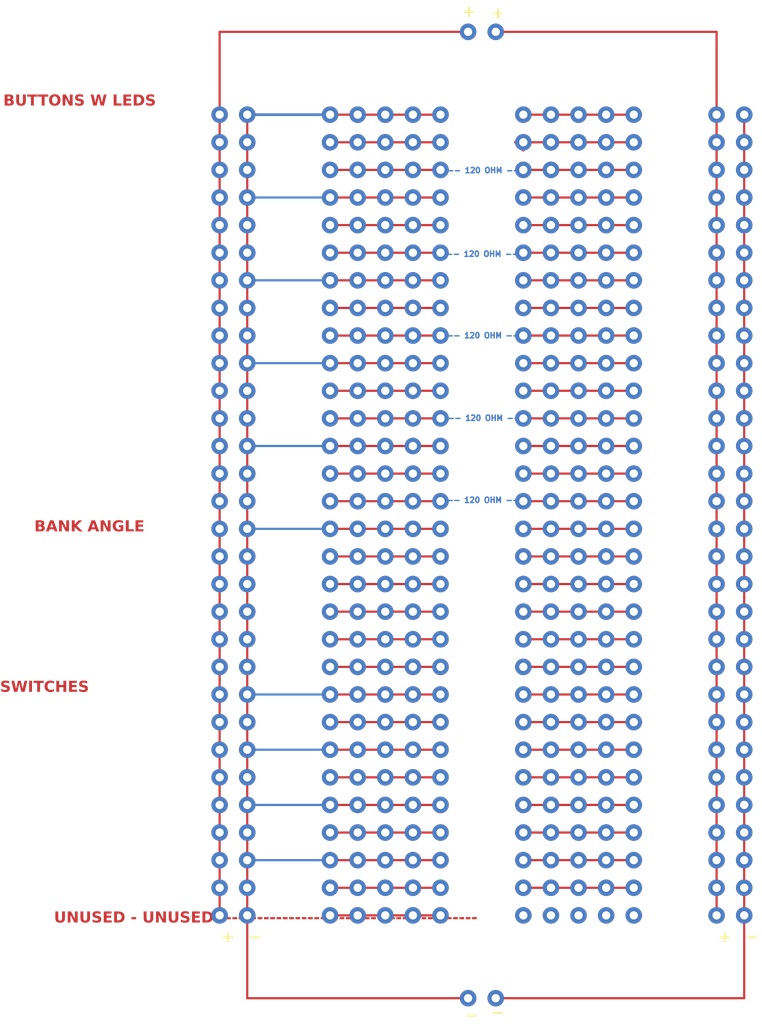
<source format=kicad_pcb>
(kicad_pcb (version 20221018) (generator pcbnew)
  (layers (0 "F.Cu" signal) (31 "B.Cu" signal) (34 "B.Paste" user) (35 "F.Paste" user) (36 "B.SilkS" user "B.Silkscreen") (37 "F.SilkS" user "F.Silkscreen") (38 "B.Mask" user) (39 "F.Mask" user) (44 "Edge.Cuts" user))
  (net 0 "")
  (footprint "RYAN:MCP_BOARD_3" (layer "F.Cu") (at 35.56 17.78)
    (fp_text reference "REF**" hide)
    (fp_text value "MCP_BOARD_2")
  )
  (gr_text "BANK ANGLE\n" (at 15.966392 61.365716) (layer "F.Cu") (effects (font (size 1 1) (thickness 0.2) bold) (justify left bottom)))
  (gr_text "UNUSED - UNUSED -----------------------------------------" (at 17.78 97.347934) (layer "F.Cu") (effects (font (size 1 1) (thickness 0.2) bold) (justify left bottom)))
  (gr_text "SWITCHES" (at 12.813432 76.127301) (layer "F.Cu") (effects (font (size 1 1) (thickness 0.2) bold) (justify left bottom)))
  (gr_text "-- 120 OHM --" (at 53.838938 58.609302) (layer "B.Cu") (effects (font (size 0.5 0.5) (thickness 0.125) bold) (justify left bottom)))
  (gr_text "-- 120 OHM --" (at 53.791166 35.965317) (layer "B.Cu") (effects (font (size 0.5 0.5) (thickness 0.125) bold) (justify left bottom)))
  (gr_text "-- 120 OHM --" (at 53.934483 51.061307) (layer "B.Cu") (effects (font (size 0.5 0.5) (thickness 0.125) bold) (justify left bottom)))
  (gr_text "-- 120 OHM --" (at 53.838938 43.46554) (layer "B.Cu") (effects (font (size 0.5 0.5) (thickness 0.125) bold) (justify left bottom)))
  (gr_text "-- 120 OHM --" (at 53.886711 28.274005) (layer "B.Cu") (effects (font (size 0.5 0.5) (thickness 0.125) bold) (justify left bottom)))
  (segment (start 42.396938 53.34) (end 43.18 53.34) (width 0) (layer "B.Cu") (net 0))
  (segment (start 43.18 76.2) (end 35.56 76.2) (width 0.2) (layer "B.Cu") (net 0))
  (segment (start 43.18 81.28) (end 35.56 81.28) (width 0.2) (layer "B.Cu") (net 0))
  (segment (start 42.404784 45.72) (end 35.56 45.72) (width 0.2) (layer "B.Cu") (net 0))
  (segment (start 42.375706 60.96) (end 43.18 61.764294) (width 0) (layer "B.Cu") (net 0))
  (segment (start 43.18 91.44) (end 35.56 91.44) (width 0.2) (layer "B.Cu") (net 0))
  (segment (start 42.383552 38.1) (end 43.18 38.1) (width 0) (layer "B.Cu") (net 0))
  (segment (start 43.18 86.36) (end 35.56 86.36) (width 0.2) (layer "B.Cu") (net 0))
  (segment (start 42.383552 30.48) (end 43.18 30.48) (width 0) (layer "B.Cu") (net 0))
  (segment (start 42.375706 60.96) (end 35.56 60.96) (width 0.2) (layer "B.Cu") (net 0))
  (segment (start 42.383552 38.1) (end 35.56 38.1) (width 0.2) (layer "B.Cu") (net 0))
  (segment (start 42.404784 45.72) (end 43.18 45.72) (width 0) (layer "B.Cu") (net 0))
  (segment (start 35.56 22.86) (end 43.18 22.86) (width 0.25) (layer "B.Cu") (net 0))
  (segment (start 42.396938 53.34) (end 35.56 53.34) (width 0.2) (layer "B.Cu") (net 0))
  (segment (start 42.383552 30.48) (end 35.56 30.48) (width 0.2) (layer "B.Cu") (net 0))
)
</source>
